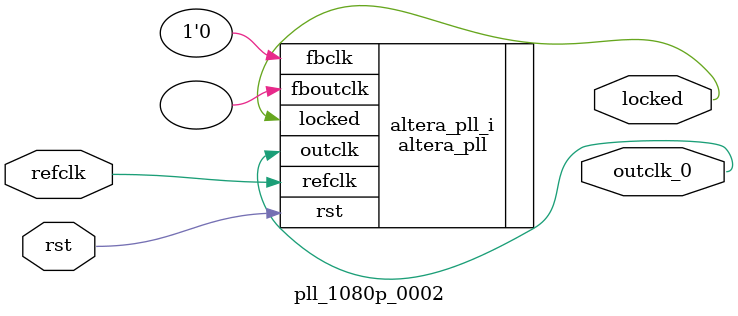
<source format=v>
`timescale 1ns/10ps
module  pll_1080p_0002(

	// interface 'refclk'
	input wire refclk,

	// interface 'reset'
	input wire rst,

	// interface 'outclk0'
	output wire outclk_0,

	// interface 'locked'
	output wire locked
);

	altera_pll #(
		.fractional_vco_multiplier("false"),
		.reference_clock_frequency("50.0 MHz"),
		.operation_mode("direct"),
		.number_of_clocks(1),
		.output_clock_frequency0("148.437500 MHz"),
		.phase_shift0("0 ps"),
		.duty_cycle0(50),
		.output_clock_frequency1("0 MHz"),
		.phase_shift1("0 ps"),
		.duty_cycle1(50),
		.output_clock_frequency2("0 MHz"),
		.phase_shift2("0 ps"),
		.duty_cycle2(50),
		.output_clock_frequency3("0 MHz"),
		.phase_shift3("0 ps"),
		.duty_cycle3(50),
		.output_clock_frequency4("0 MHz"),
		.phase_shift4("0 ps"),
		.duty_cycle4(50),
		.output_clock_frequency5("0 MHz"),
		.phase_shift5("0 ps"),
		.duty_cycle5(50),
		.output_clock_frequency6("0 MHz"),
		.phase_shift6("0 ps"),
		.duty_cycle6(50),
		.output_clock_frequency7("0 MHz"),
		.phase_shift7("0 ps"),
		.duty_cycle7(50),
		.output_clock_frequency8("0 MHz"),
		.phase_shift8("0 ps"),
		.duty_cycle8(50),
		.output_clock_frequency9("0 MHz"),
		.phase_shift9("0 ps"),
		.duty_cycle9(50),
		.output_clock_frequency10("0 MHz"),
		.phase_shift10("0 ps"),
		.duty_cycle10(50),
		.output_clock_frequency11("0 MHz"),
		.phase_shift11("0 ps"),
		.duty_cycle11(50),
		.output_clock_frequency12("0 MHz"),
		.phase_shift12("0 ps"),
		.duty_cycle12(50),
		.output_clock_frequency13("0 MHz"),
		.phase_shift13("0 ps"),
		.duty_cycle13(50),
		.output_clock_frequency14("0 MHz"),
		.phase_shift14("0 ps"),
		.duty_cycle14(50),
		.output_clock_frequency15("0 MHz"),
		.phase_shift15("0 ps"),
		.duty_cycle15(50),
		.output_clock_frequency16("0 MHz"),
		.phase_shift16("0 ps"),
		.duty_cycle16(50),
		.output_clock_frequency17("0 MHz"),
		.phase_shift17("0 ps"),
		.duty_cycle17(50),
		.pll_type("General"),
		.pll_subtype("General")
	) altera_pll_i (
		.rst	(rst),
		.outclk	({outclk_0}),
		.locked	(locked),
		.fboutclk	( ),
		.fbclk	(1'b0),
		.refclk	(refclk)
	);
endmodule


</source>
